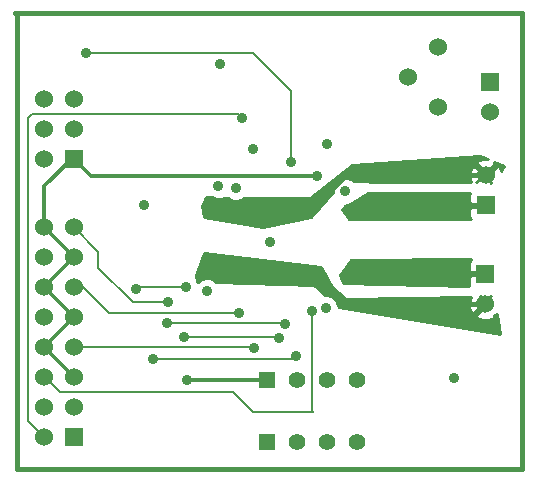
<source format=gbl>
G04 (created by PCBNEW-RS274X (2010-05-05 BZR 2356)-stable) date 29/03/2011 14:52:02*
G01*
G70*
G90*
%MOIN*%
G04 Gerber Fmt 3.4, Leading zero omitted, Abs format*
%FSLAX34Y34*%
G04 APERTURE LIST*
%ADD10C,0.006000*%
%ADD11C,0.015000*%
%ADD12R,0.060000X0.060000*%
%ADD13C,0.060000*%
%ADD14R,0.055000X0.055000*%
%ADD15C,0.055000*%
%ADD16C,0.035000*%
%ADD17C,0.015700*%
%ADD18C,0.008000*%
%ADD19C,0.013800*%
%ADD20C,0.010000*%
G04 APERTURE END LIST*
G54D10*
G54D11*
X25550Y-22360D02*
X25600Y-22360D01*
X25550Y-37560D02*
X25550Y-22360D01*
X42400Y-37560D02*
X25550Y-37560D01*
X42400Y-22360D02*
X42400Y-37560D01*
X25500Y-22360D02*
X42400Y-22360D01*
G54D12*
X41170Y-31050D03*
G54D13*
X41170Y-32050D03*
G54D12*
X41190Y-28760D03*
G54D13*
X41190Y-27760D03*
X39590Y-25480D03*
X38590Y-24480D03*
X39590Y-23480D03*
G54D12*
X27470Y-27210D03*
G54D13*
X26470Y-27210D03*
X27470Y-26210D03*
X26470Y-26210D03*
X27470Y-25210D03*
X26470Y-25210D03*
G54D12*
X27475Y-36500D03*
G54D13*
X26475Y-36500D03*
X27475Y-35500D03*
X26475Y-35500D03*
X27475Y-34500D03*
X26475Y-34500D03*
X27475Y-33500D03*
X26475Y-33500D03*
X27475Y-32500D03*
X26475Y-32500D03*
X27475Y-31500D03*
X26475Y-31500D03*
X27475Y-30500D03*
X26475Y-30500D03*
X27475Y-29500D03*
X26475Y-29500D03*
G54D12*
X41330Y-24660D03*
G54D13*
X41330Y-25660D03*
G54D14*
X33890Y-34600D03*
G54D15*
X34890Y-34600D03*
X35890Y-34600D03*
X36890Y-34600D03*
G54D14*
X33890Y-36660D03*
G54D15*
X34890Y-36660D03*
X35890Y-36660D03*
X36890Y-36660D03*
G54D16*
X31720Y-31130D03*
X33060Y-25850D03*
X36600Y-28880D03*
X31910Y-28830D03*
X29535Y-31540D03*
X34290Y-33170D03*
X31190Y-31500D03*
X31140Y-33150D03*
X36680Y-31100D03*
X30600Y-31970D03*
X30570Y-32700D03*
X34500Y-32730D03*
X30110Y-33880D03*
X34850Y-33770D03*
X33470Y-33520D03*
X32950Y-32340D03*
X35400Y-32280D03*
X35550Y-27800D03*
X40130Y-34530D03*
X32270Y-28130D03*
X32330Y-24050D03*
X35900Y-26720D03*
X33430Y-26880D03*
X34000Y-30000D03*
X34700Y-27330D03*
X27850Y-23690D03*
X31230Y-34580D03*
X31900Y-31620D03*
X36510Y-28280D03*
X35850Y-32170D03*
X29810Y-28760D03*
X32860Y-28180D03*
G54D17*
X36450Y-32050D02*
X41170Y-32050D01*
X35550Y-31150D02*
X36450Y-32050D01*
X31740Y-31150D02*
X35550Y-31150D01*
X31720Y-31130D02*
X31740Y-31150D01*
G54D18*
X25940Y-35965D02*
X26475Y-36500D01*
X25940Y-25840D02*
X25940Y-35965D01*
X26070Y-25710D02*
X25940Y-25840D01*
X32920Y-25710D02*
X26070Y-25710D01*
X33060Y-25850D02*
X32920Y-25710D01*
G54D17*
X36720Y-28760D02*
X41190Y-28760D01*
X36600Y-28880D02*
X36720Y-28760D01*
X36520Y-27760D02*
X41190Y-27760D01*
X35450Y-28830D02*
X36520Y-27760D01*
X31910Y-28830D02*
X35450Y-28830D01*
G54D18*
X31190Y-31500D02*
X29575Y-31500D01*
X29575Y-31500D02*
X29535Y-31540D01*
X34270Y-33150D02*
X31140Y-33150D01*
X34290Y-33170D02*
X34270Y-33150D01*
G54D17*
X36730Y-31050D02*
X41170Y-31050D01*
X36680Y-31100D02*
X36730Y-31050D01*
G54D18*
X28280Y-30305D02*
X27475Y-29500D01*
X28280Y-30850D02*
X28280Y-30305D01*
X29430Y-32000D02*
X28280Y-30850D01*
X30570Y-32000D02*
X29430Y-32000D01*
X30600Y-31970D02*
X30570Y-32000D01*
X34470Y-32700D02*
X30570Y-32700D01*
X34500Y-32730D02*
X34470Y-32700D01*
X34740Y-33880D02*
X30110Y-33880D01*
X34850Y-33770D02*
X34740Y-33880D01*
X33450Y-33500D02*
X27475Y-33500D01*
X33470Y-33520D02*
X33450Y-33500D01*
X27780Y-31500D02*
X27475Y-31500D01*
X28620Y-32340D02*
X27780Y-31500D01*
X32950Y-32340D02*
X28620Y-32340D01*
X26475Y-34500D02*
X26490Y-34500D01*
X35400Y-35630D02*
X35400Y-32280D01*
X35430Y-35660D02*
X35400Y-35630D01*
X33420Y-35660D02*
X35430Y-35660D01*
X32760Y-35000D02*
X33420Y-35660D01*
X26990Y-35000D02*
X32760Y-35000D01*
X26490Y-34500D02*
X26990Y-35000D01*
G54D19*
X28040Y-27780D02*
X27470Y-27210D01*
X35530Y-27780D02*
X28040Y-27780D01*
X35550Y-27800D02*
X35530Y-27780D01*
X27470Y-27210D02*
X27390Y-27210D01*
X26475Y-28125D02*
X26475Y-29500D01*
X27390Y-27210D02*
X26475Y-28125D01*
X26475Y-33500D02*
X27475Y-32500D01*
X26475Y-33500D02*
X27475Y-34500D01*
X26475Y-29500D02*
X27475Y-30500D01*
X27475Y-30500D02*
X26475Y-31500D01*
X26475Y-31500D02*
X27475Y-32500D01*
G54D18*
X34700Y-24950D02*
X34700Y-27330D01*
X33420Y-23670D02*
X34700Y-24950D01*
X27870Y-23670D02*
X33420Y-23670D01*
X27850Y-23690D02*
X27870Y-23670D01*
G54D19*
X33890Y-34600D02*
X31250Y-34600D01*
X31250Y-34600D02*
X31230Y-34580D01*
G54D10*
G36*
X36635Y-29229D02*
X40699Y-29221D01*
X40679Y-29201D01*
X40641Y-29109D01*
X40640Y-28872D01*
X40702Y-28810D01*
X41140Y-28810D01*
X41240Y-28810D01*
X41240Y-28710D01*
X41140Y-28710D01*
X40702Y-28710D01*
X40640Y-28648D01*
X40641Y-28411D01*
X40661Y-28362D01*
X37263Y-28340D01*
X36382Y-28870D01*
X36635Y-29229D01*
X36635Y-29229D01*
G37*
G54D20*
X36635Y-29229D02*
X40699Y-29221D01*
X40679Y-29201D01*
X40641Y-29109D01*
X40640Y-28872D01*
X40702Y-28810D01*
X41140Y-28810D01*
X41240Y-28810D01*
X41240Y-28710D01*
X41140Y-28710D01*
X40702Y-28710D01*
X40640Y-28648D01*
X40641Y-28411D01*
X40661Y-28362D01*
X37263Y-28340D01*
X36382Y-28870D01*
X36635Y-29229D01*
G54D10*
G36*
X40640Y-31446D02*
X40621Y-31399D01*
X40620Y-31162D01*
X40682Y-31100D01*
X41120Y-31100D01*
X41220Y-31100D01*
X41220Y-31000D01*
X41120Y-31000D01*
X40682Y-31000D01*
X40620Y-30938D01*
X40621Y-30701D01*
X40659Y-30609D01*
X40704Y-30563D01*
X36714Y-30579D01*
X36325Y-31070D01*
X36416Y-31360D01*
X40640Y-31446D01*
X40640Y-31446D01*
G37*
G54D20*
X40640Y-31446D02*
X40621Y-31399D01*
X40620Y-31162D01*
X40682Y-31100D01*
X41120Y-31100D01*
X41220Y-31100D01*
X41220Y-31000D01*
X41120Y-31000D01*
X40682Y-31000D01*
X40620Y-30938D01*
X40621Y-30701D01*
X40659Y-30609D01*
X40704Y-30563D01*
X36714Y-30579D01*
X36325Y-31070D01*
X36416Y-31360D01*
X40640Y-31446D01*
G54D10*
G36*
X41650Y-33039D02*
X41553Y-32386D01*
X41495Y-32445D01*
X41477Y-32428D01*
X41451Y-32522D01*
X41304Y-32582D01*
X41091Y-32593D01*
X40889Y-32522D01*
X40862Y-32428D01*
X41170Y-32121D01*
X41241Y-32050D01*
X41170Y-31979D01*
X41358Y-31790D01*
X41357Y-31791D01*
X41170Y-31979D01*
X40989Y-31798D01*
X40988Y-31798D01*
X41170Y-31979D01*
X41099Y-32050D01*
X40792Y-32358D01*
X40698Y-32331D01*
X40638Y-32184D01*
X40627Y-31971D01*
X40685Y-31804D01*
X36522Y-31880D01*
X36060Y-31492D01*
X35688Y-30816D01*
X31793Y-30364D01*
X31531Y-31102D01*
X31579Y-31310D01*
X31609Y-31310D01*
X31660Y-31259D01*
X31816Y-31195D01*
X31985Y-31195D01*
X32141Y-31260D01*
X32193Y-31312D01*
X35449Y-31410D01*
X35833Y-31745D01*
X35935Y-31745D01*
X36091Y-31810D01*
X36211Y-31930D01*
X36275Y-32086D01*
X36275Y-32129D01*
X36312Y-32162D01*
X41091Y-32947D01*
X41650Y-33039D01*
X41650Y-33039D01*
G37*
G54D20*
X41650Y-33039D02*
X41553Y-32386D01*
X41495Y-32445D01*
X41477Y-32428D01*
X41451Y-32522D01*
X41304Y-32582D01*
X41091Y-32593D01*
X40889Y-32522D01*
X40862Y-32428D01*
X41170Y-32121D01*
X41241Y-32050D01*
X41170Y-31979D01*
X41358Y-31790D01*
X41357Y-31791D01*
X41170Y-31979D01*
X40989Y-31798D01*
X40988Y-31798D01*
X41170Y-31979D01*
X41099Y-32050D01*
X40792Y-32358D01*
X40698Y-32331D01*
X40638Y-32184D01*
X40627Y-31971D01*
X40685Y-31804D01*
X36522Y-31880D01*
X36060Y-31492D01*
X35688Y-30816D01*
X31793Y-30364D01*
X31531Y-31102D01*
X31579Y-31310D01*
X31609Y-31310D01*
X31660Y-31259D01*
X31816Y-31195D01*
X31985Y-31195D01*
X32141Y-31260D01*
X32193Y-31312D01*
X35449Y-31410D01*
X35833Y-31745D01*
X35935Y-31745D01*
X36091Y-31810D01*
X36211Y-31930D01*
X36275Y-32086D01*
X36275Y-32129D01*
X36312Y-32162D01*
X41091Y-32947D01*
X41650Y-33039D01*
G54D10*
G36*
X33779Y-29469D02*
X35373Y-29144D01*
X36085Y-28323D01*
X36085Y-28195D01*
X36150Y-28039D01*
X36270Y-27919D01*
X36426Y-27855D01*
X36595Y-27855D01*
X36751Y-27920D01*
X36770Y-27939D01*
X37830Y-27970D01*
X40701Y-28000D01*
X40658Y-27894D01*
X40647Y-27681D01*
X40718Y-27479D01*
X40812Y-27452D01*
X41119Y-27760D01*
X40877Y-28002D01*
X40877Y-28002D01*
X41119Y-27760D01*
X41190Y-27831D01*
X41366Y-28007D01*
X41366Y-28007D01*
X41190Y-27831D01*
X41261Y-27760D01*
X41568Y-27452D01*
X41662Y-27479D01*
X41715Y-27609D01*
X41793Y-27436D01*
X41476Y-27305D01*
X41498Y-27382D01*
X41190Y-27689D01*
X40882Y-27382D01*
X40909Y-27288D01*
X41056Y-27228D01*
X41261Y-27217D01*
X41001Y-27110D01*
X36738Y-27408D01*
X35327Y-28530D01*
X33130Y-28510D01*
X33100Y-28541D01*
X32944Y-28605D01*
X32775Y-28605D01*
X32619Y-28540D01*
X32585Y-28506D01*
X32475Y-28505D01*
X32354Y-28555D01*
X32185Y-28555D01*
X32056Y-28501D01*
X31879Y-28500D01*
X31728Y-28779D01*
X31729Y-28782D01*
X31783Y-29136D01*
X33779Y-29469D01*
X33779Y-29469D01*
G37*
G54D20*
X33779Y-29469D02*
X35373Y-29144D01*
X36085Y-28323D01*
X36085Y-28195D01*
X36150Y-28039D01*
X36270Y-27919D01*
X36426Y-27855D01*
X36595Y-27855D01*
X36751Y-27920D01*
X36770Y-27939D01*
X37830Y-27970D01*
X40701Y-28000D01*
X40658Y-27894D01*
X40647Y-27681D01*
X40718Y-27479D01*
X40812Y-27452D01*
X41119Y-27760D01*
X40877Y-28002D01*
X40877Y-28002D01*
X41119Y-27760D01*
X41190Y-27831D01*
X41366Y-28007D01*
X41366Y-28007D01*
X41190Y-27831D01*
X41261Y-27760D01*
X41568Y-27452D01*
X41662Y-27479D01*
X41715Y-27609D01*
X41793Y-27436D01*
X41476Y-27305D01*
X41498Y-27382D01*
X41190Y-27689D01*
X40882Y-27382D01*
X40909Y-27288D01*
X41056Y-27228D01*
X41261Y-27217D01*
X41001Y-27110D01*
X36738Y-27408D01*
X35327Y-28530D01*
X33130Y-28510D01*
X33100Y-28541D01*
X32944Y-28605D01*
X32775Y-28605D01*
X32619Y-28540D01*
X32585Y-28506D01*
X32475Y-28505D01*
X32354Y-28555D01*
X32185Y-28555D01*
X32056Y-28501D01*
X31879Y-28500D01*
X31728Y-28779D01*
X31729Y-28782D01*
X31783Y-29136D01*
X33779Y-29469D01*
M02*

</source>
